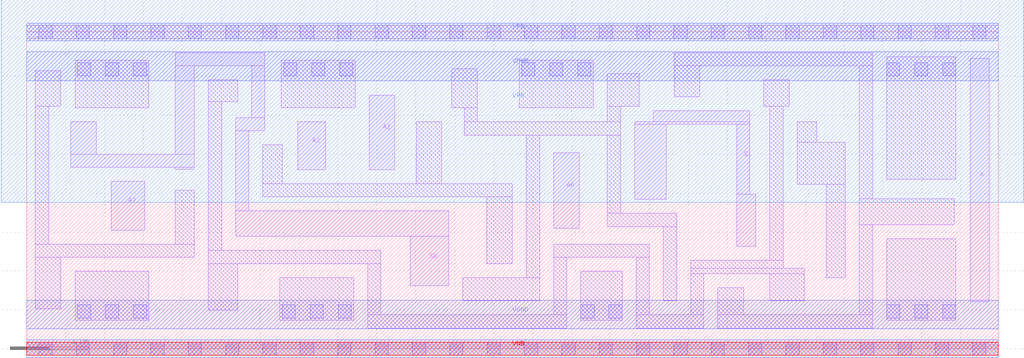
<source format=lef>
# Copyright 2020 The SkyWater PDK Authors
#
# Licensed under the Apache License, Version 2.0 (the "License");
# you may not use this file except in compliance with the License.
# You may obtain a copy of the License at
#
#     https://www.apache.org/licenses/LICENSE-2.0
#
# Unless required by applicable law or agreed to in writing, software
# distributed under the License is distributed on an "AS IS" BASIS,
# WITHOUT WARRANTIES OR CONDITIONS OF ANY KIND, either express or implied.
# See the License for the specific language governing permissions and
# limitations under the License.
#
# SPDX-License-Identifier: Apache-2.0

VERSION 5.7 ;
  NOWIREEXTENSIONATPIN ON ;
  DIVIDERCHAR "/" ;
  BUSBITCHARS "[]" ;
MACRO sky130_fd_sc_hvl__mux4_1
  CLASS CORE ;
  FOREIGN sky130_fd_sc_hvl__mux4_1 ;
  ORIGIN  0.000000  0.000000 ;
  SIZE  12.48000 BY  4.070000 ;
  SYMMETRY X Y ;
  SITE unithv ;
  PIN A0
    ANTENNAGATEAREA  0.420000 ;
    DIRECTION INPUT ;
    USE SIGNAL ;
    PORT
      LAYER li1 ;
        RECT 6.770000 1.550000 7.100000 2.520000 ;
    END
  END A0
  PIN A1
    ANTENNAGATEAREA  0.420000 ;
    DIRECTION INPUT ;
    USE SIGNAL ;
    PORT
      LAYER li1 ;
        RECT 4.400000 2.300000 4.730000 3.260000 ;
    END
  END A1
  PIN A2
    ANTENNAGATEAREA  0.420000 ;
    DIRECTION INPUT ;
    USE SIGNAL ;
    PORT
      LAYER li1 ;
        RECT 1.085000 1.525000 1.515000 2.150000 ;
    END
  END A2
  PIN A3
    ANTENNAGATEAREA  0.420000 ;
    DIRECTION INPUT ;
    USE SIGNAL ;
    PORT
      LAYER li1 ;
        RECT 3.485000 2.300000 3.845000 2.915000 ;
    END
  END A3
  PIN S0
    ANTENNAGATEAREA  1.260000 ;
    DIRECTION INPUT ;
    USE SIGNAL ;
    PORT
      LAYER li1 ;
        RECT 0.565000 2.330000 2.155000 2.500000 ;
        RECT 0.565000 2.500000 0.895000 2.915000 ;
        RECT 1.905000 2.305000 2.155000 2.330000 ;
        RECT 1.905000 2.500000 2.155000 3.635000 ;
        RECT 1.905000 3.635000 3.060000 3.805000 ;
        RECT 2.685000 1.445000 5.420000 1.770000 ;
        RECT 2.685000 1.770000 2.855000 2.800000 ;
        RECT 2.685000 2.800000 3.060000 2.970000 ;
        RECT 2.890000 2.970000 3.060000 3.635000 ;
        RECT 4.925000 0.810000 5.420000 1.445000 ;
    END
  END S0
  PIN S1
    ANTENNAGATEAREA  0.840000 ;
    DIRECTION INPUT ;
    USE SIGNAL ;
    PORT
      LAYER li1 ;
        RECT 7.810000 1.920000 8.220000 2.885000 ;
        RECT 7.810000 2.885000 9.290000 2.915000 ;
        RECT 8.050000 2.915000 9.290000 3.055000 ;
        RECT 9.120000 1.315000 9.370000 1.985000 ;
        RECT 9.120000 1.985000 9.290000 2.885000 ;
    END
  END S1
  PIN X
    ANTENNADIFFAREA  0.596250 ;
    DIRECTION OUTPUT ;
    USE SIGNAL ;
    PORT
      LAYER li1 ;
        RECT 12.120000 0.605000 12.370000 3.735000 ;
    END
  END X
  PIN VGND
    DIRECTION INOUT ;
    USE GROUND ;
    PORT
      LAYER met1 ;
        RECT 0.000000 0.255000 12.480000 0.625000 ;
    END
  END VGND
  PIN VNB
    DIRECTION INOUT ;
    USE GROUND ;
    PORT
      LAYER met1 ;
        RECT 0.000000 -0.115000 12.480000 0.115000 ;
      LAYER pwell ;
        RECT 0.000000 -0.085000 12.480000 0.085000 ;
    END
  END VNB
  PIN VPB
    DIRECTION INOUT ;
    USE POWER ;
    PORT
      LAYER met1 ;
        RECT 0.000000 3.955000 12.480000 4.185000 ;
      LAYER nwell ;
        RECT -0.330000 1.885000 12.810000 4.485000 ;
    END
  END VPB
  PIN VPWR
    DIRECTION INOUT ;
    USE POWER ;
    PORT
      LAYER met1 ;
        RECT 0.000000 3.445000 12.480000 3.815000 ;
    END
  END VPWR
  OBS
    LAYER li1 ;
      RECT  0.000000 -0.085000 12.480000 0.085000 ;
      RECT  0.000000  3.985000 12.480000 4.155000 ;
      RECT  0.110000  0.515000  0.440000 1.175000 ;
      RECT  0.110000  1.175000  2.155000 1.345000 ;
      RECT  0.110000  1.345000  0.280000 3.115000 ;
      RECT  0.110000  3.115000  0.440000 3.575000 ;
      RECT  0.620000  0.365000  1.570000 0.995000 ;
      RECT  0.620000  3.095000  1.570000 3.705000 ;
      RECT  1.905000  1.345000  2.155000 2.035000 ;
      RECT  2.335000  0.495000  2.710000 1.095000 ;
      RECT  2.335000  1.095000  4.550000 1.265000 ;
      RECT  2.335000  1.265000  2.505000 3.175000 ;
      RECT  2.335000  3.175000  2.710000 3.455000 ;
      RECT  3.035000  1.950000  6.240000 2.120000 ;
      RECT  3.035000  2.120000  3.285000 2.620000 ;
      RECT  3.250000  0.365000  4.200000 0.915000 ;
      RECT  3.270000  3.095000  4.220000 3.705000 ;
      RECT  4.380000  0.265000  6.940000 0.435000 ;
      RECT  4.380000  0.435000  4.550000 1.095000 ;
      RECT  5.005000  2.120000  5.335000 2.915000 ;
      RECT  5.460000  3.095000  5.790000 3.595000 ;
      RECT  5.600000  0.615000  6.590000 0.915000 ;
      RECT  5.620000  2.745000  7.630000 2.915000 ;
      RECT  5.620000  2.915000  5.790000 3.095000 ;
      RECT  5.910000  1.095000  6.240000 1.950000 ;
      RECT  6.330000  3.095000  7.280000 3.705000 ;
      RECT  6.420000  0.915000  6.590000 2.745000 ;
      RECT  6.770000  0.435000  6.940000 1.175000 ;
      RECT  6.770000  1.175000  8.000000 1.345000 ;
      RECT  7.120000  0.365000  7.650000 0.995000 ;
      RECT  7.460000  1.570000  8.350000 1.740000 ;
      RECT  7.460000  1.740000  7.630000 2.745000 ;
      RECT  7.460000  2.915000  7.630000 3.115000 ;
      RECT  7.460000  3.115000  7.870000 3.535000 ;
      RECT  7.830000  0.265000  8.700000 0.435000 ;
      RECT  7.830000  0.435000  8.000000 1.175000 ;
      RECT  8.180000  0.615000  8.350000 1.570000 ;
      RECT  8.320000  3.235000  8.650000 3.635000 ;
      RECT  8.320000  3.635000 10.870000 3.805000 ;
      RECT  8.530000  0.435000  8.700000 0.965000 ;
      RECT  8.530000  0.965000  9.990000 1.035000 ;
      RECT  8.530000  1.035000  9.720000 1.135000 ;
      RECT  8.880000  0.265000 10.870000 0.435000 ;
      RECT  8.880000  0.435000  9.210000 0.785000 ;
      RECT  9.470000  3.115000  9.800000 3.455000 ;
      RECT  9.550000  0.615000  9.990000 0.965000 ;
      RECT  9.550000  1.135000  9.720000 3.115000 ;
      RECT  9.900000  2.115000 10.520000 2.655000 ;
      RECT  9.900000  2.655000 10.150000 2.915000 ;
      RECT 10.270000  0.915000 10.520000 2.115000 ;
      RECT 10.700000  0.435000 10.870000 1.595000 ;
      RECT 10.700000  1.595000 11.915000 1.925000 ;
      RECT 10.700000  1.925000 10.870000 3.635000 ;
      RECT 11.050000  0.365000 11.940000 1.415000 ;
      RECT 11.050000  2.175000 11.940000 3.755000 ;
    LAYER mcon ;
      RECT  0.155000 -0.085000  0.325000 0.085000 ;
      RECT  0.155000  3.985000  0.325000 4.155000 ;
      RECT  0.635000 -0.085000  0.805000 0.085000 ;
      RECT  0.635000  3.985000  0.805000 4.155000 ;
      RECT  0.650000  0.395000  0.820000 0.565000 ;
      RECT  0.650000  3.505000  0.820000 3.675000 ;
      RECT  1.010000  0.395000  1.180000 0.565000 ;
      RECT  1.010000  3.505000  1.180000 3.675000 ;
      RECT  1.115000 -0.085000  1.285000 0.085000 ;
      RECT  1.115000  3.985000  1.285000 4.155000 ;
      RECT  1.370000  0.395000  1.540000 0.565000 ;
      RECT  1.370000  3.505000  1.540000 3.675000 ;
      RECT  1.595000 -0.085000  1.765000 0.085000 ;
      RECT  1.595000  3.985000  1.765000 4.155000 ;
      RECT  2.075000 -0.085000  2.245000 0.085000 ;
      RECT  2.075000  3.985000  2.245000 4.155000 ;
      RECT  2.555000 -0.085000  2.725000 0.085000 ;
      RECT  2.555000  3.985000  2.725000 4.155000 ;
      RECT  3.035000 -0.085000  3.205000 0.085000 ;
      RECT  3.035000  3.985000  3.205000 4.155000 ;
      RECT  3.280000  0.395000  3.450000 0.565000 ;
      RECT  3.300000  3.505000  3.470000 3.675000 ;
      RECT  3.515000 -0.085000  3.685000 0.085000 ;
      RECT  3.515000  3.985000  3.685000 4.155000 ;
      RECT  3.640000  0.395000  3.810000 0.565000 ;
      RECT  3.660000  3.505000  3.830000 3.675000 ;
      RECT  3.995000 -0.085000  4.165000 0.085000 ;
      RECT  3.995000  3.985000  4.165000 4.155000 ;
      RECT  4.000000  0.395000  4.170000 0.565000 ;
      RECT  4.020000  3.505000  4.190000 3.675000 ;
      RECT  4.475000 -0.085000  4.645000 0.085000 ;
      RECT  4.475000  3.985000  4.645000 4.155000 ;
      RECT  4.955000 -0.085000  5.125000 0.085000 ;
      RECT  4.955000  3.985000  5.125000 4.155000 ;
      RECT  5.435000 -0.085000  5.605000 0.085000 ;
      RECT  5.435000  3.985000  5.605000 4.155000 ;
      RECT  5.915000 -0.085000  6.085000 0.085000 ;
      RECT  5.915000  3.985000  6.085000 4.155000 ;
      RECT  6.360000  3.505000  6.530000 3.675000 ;
      RECT  6.395000 -0.085000  6.565000 0.085000 ;
      RECT  6.395000  3.985000  6.565000 4.155000 ;
      RECT  6.720000  3.505000  6.890000 3.675000 ;
      RECT  6.875000 -0.085000  7.045000 0.085000 ;
      RECT  6.875000  3.985000  7.045000 4.155000 ;
      RECT  7.080000  3.505000  7.250000 3.675000 ;
      RECT  7.120000  0.395000  7.290000 0.565000 ;
      RECT  7.355000 -0.085000  7.525000 0.085000 ;
      RECT  7.355000  3.985000  7.525000 4.155000 ;
      RECT  7.480000  0.395000  7.650000 0.565000 ;
      RECT  7.835000 -0.085000  8.005000 0.085000 ;
      RECT  7.835000  3.985000  8.005000 4.155000 ;
      RECT  8.315000 -0.085000  8.485000 0.085000 ;
      RECT  8.315000  3.985000  8.485000 4.155000 ;
      RECT  8.795000 -0.085000  8.965000 0.085000 ;
      RECT  8.795000  3.985000  8.965000 4.155000 ;
      RECT  9.275000 -0.085000  9.445000 0.085000 ;
      RECT  9.275000  3.985000  9.445000 4.155000 ;
      RECT  9.755000 -0.085000  9.925000 0.085000 ;
      RECT  9.755000  3.985000  9.925000 4.155000 ;
      RECT 10.235000 -0.085000 10.405000 0.085000 ;
      RECT 10.235000  3.985000 10.405000 4.155000 ;
      RECT 10.715000 -0.085000 10.885000 0.085000 ;
      RECT 10.715000  3.985000 10.885000 4.155000 ;
      RECT 11.050000  0.395000 11.220000 0.565000 ;
      RECT 11.050000  3.505000 11.220000 3.675000 ;
      RECT 11.195000 -0.085000 11.365000 0.085000 ;
      RECT 11.195000  3.985000 11.365000 4.155000 ;
      RECT 11.410000  0.395000 11.580000 0.565000 ;
      RECT 11.410000  3.505000 11.580000 3.675000 ;
      RECT 11.675000 -0.085000 11.845000 0.085000 ;
      RECT 11.675000  3.985000 11.845000 4.155000 ;
      RECT 11.770000  0.395000 11.940000 0.565000 ;
      RECT 11.770000  3.505000 11.940000 3.675000 ;
      RECT 12.155000 -0.085000 12.325000 0.085000 ;
      RECT 12.155000  3.985000 12.325000 4.155000 ;
  END
END sky130_fd_sc_hvl__mux4_1
END LIBRARY

</source>
